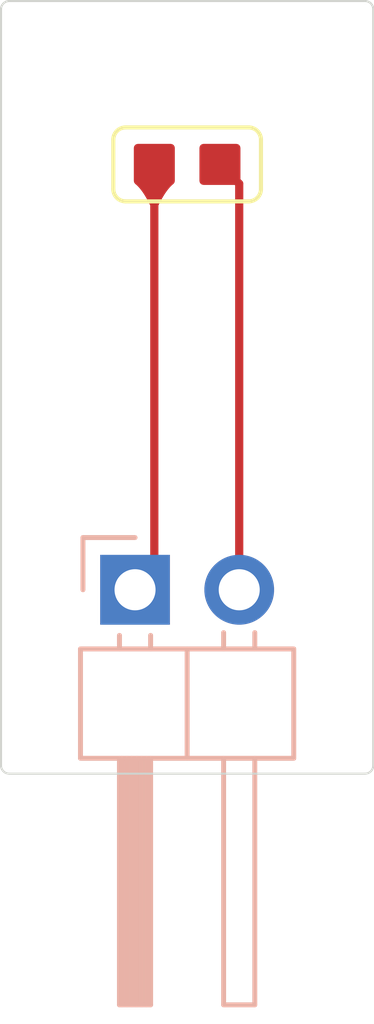
<source format=kicad_pcb>
(kicad_pcb (version 20240108) (generator "pcbnew") (generator_version "8.0")
  (layers (0 "F.Cu" signal) (31 "B.Cu" signal) (34 "B.Paste" user) (35 "F.Paste" user) (36 "B.SilkS" user "B.Silkscreen") (37 "F.SilkS" user "F.Silkscreen") (38 "B.Mask" user) (39 "F.Mask" user) (44 "Edge.Cuts" user))
  (net 0 "")
  (net 1 "+3V3")
  (net 2 "Net-(J1-Pin_2)")
  (footprint "Library:als-pt19" (layer "F.Cu") (at 148.462499 99.574999)
    (property "Reference" "R1" (hide yes))
    (property "Value" "R_Photo")
    (fp_line (start -1.8 0.6) (end -1.8 -0.6) (stroke (width 0.1)) (layer "F.SilkS"))
    (fp_line (start -1.5 -0.9) (end 1.5 -0.9) (stroke (width 0.1)) (layer "F.SilkS"))
    (fp_line (start -1.5 0.9) (end 1.5 0.9) (stroke (width 0.1)) (layer "F.SilkS"))
    (fp_line (start 1.8 -0.6) (end 1.8 0.6) (stroke (width 0.1)) (layer "F.SilkS"))
    (fp_arc (start -1.8 -0.6) (mid -1.712132 -0.812132) (end -1.5 -0.9) (stroke (width 0.1)) (layer "F.SilkS"))
    (fp_arc (start -1.5 0.9) (mid -1.712132 0.812132) (end -1.8 0.6) (stroke (width 0.1)) (layer "F.SilkS"))
    (fp_arc (start 1.5 -0.9) (mid 1.712132 -0.812132) (end 1.8 -0.6) (stroke (width 0.1)) (layer "F.SilkS"))
    (fp_arc (start 1.8 0.6) (mid 1.712132 0.812132) (end 1.5 0.9) (stroke (width 0.1)) (layer "F.SilkS"))
    (pad "1" smd roundrect (at -0.8 0) (size 1 1) (layers "F.Cu" "F.Paste" "F.Mask") (roundrect_rratio 0.1) (net 1 "+3V3"))
    (pad "2" smd roundrect (at 0.8 0) (size 1 1) (layers "F.Cu" "F.Paste" "F.Mask") (roundrect_rratio 0.1) (net 2 "Net-(J1-Pin_2)"))
  )
  (footprint "Connector_PinHeader_2.54mm:PinHeader_1x02_P2.54mm_Horizontal" (layer "B.Cu") (at 147.192499 109.924999 -90)
    (property "Reference" "J1" (hide yes))
    (property "Value" "Conn_01x02")
    (fp_line (start 1.44 1.33) (end 4.1 1.33) (stroke (width 0.12)) (layer "B.SilkS"))
    (fp_line (start 4.1 1.33) (end 4.1 -3.87) (stroke (width 0.12)) (layer "B.SilkS"))
    (fp_line (start 0 1.270001) (end -1.27 1.27) (stroke (width 0.12)) (layer "B.SilkS"))
    (fp_line (start -1.27 1.27) (end -1.270001 0) (stroke (width 0.12)) (layer "B.SilkS"))
    (fp_line (start 1.44 0.38) (end 1.11 0.38) (stroke (width 0.12)) (layer "B.SilkS"))
    (fp_line (start 10.1 0.38) (end 4.1 0.38) (stroke (width 0.12)) (layer "B.SilkS"))
    (fp_line (start 10.1 0.32) (end 4.1 0.32) (stroke (width 0.12)) (layer "B.SilkS"))
    (fp_line (start 10.1 0.2) (end 4.1 0.2) (stroke (width 0.12)) (layer "B.SilkS"))
    (fp_line (start 10.1 0.08) (end 4.1 0.08) (stroke (width 0.12)) (layer "B.SilkS"))
    (fp_line (start 10.1 -0.04) (end 4.1 -0.04) (stroke (width 0.12)) (layer "B.SilkS"))
    (fp_line (start 10.1 -0.160001) (end 4.1 -0.16) (stroke (width 0.12)) (layer "B.SilkS"))
    (fp_line (start 10.1 -0.279999) (end 4.1 -0.28) (stroke (width 0.12)) (layer "B.SilkS"))
    (fp_line (start 1.44 -0.38) (end 1.11 -0.38) (stroke (width 0.12)) (layer "B.SilkS"))
    (fp_line (start 4.1 -0.38) (end 10.1 -0.38) (stroke (width 0.12)) (layer "B.SilkS"))
    (fp_line (start 10.1 -0.38) (end 10.1 0.38) (stroke (width 0.12)) (layer "B.SilkS"))
    (fp_line (start 4.1 -1.27) (end 1.44 -1.27) (stroke (width 0.12)) (layer "B.SilkS"))
    (fp_line (start 1.44 -2.16) (end 1.042929 -2.16) (stroke (width 0.12)) (layer "B.SilkS"))
    (fp_line (start 10.1 -2.16) (end 4.1 -2.16) (stroke (width 0.12)) (layer "B.SilkS"))
    (fp_line (start 1.44 -2.92) (end 1.042929 -2.92) (stroke (width 0.12)) (layer "B.SilkS"))
    (fp_line (start 4.1 -2.92) (end 10.1 -2.92) (stroke (width 0.12)) (layer "B.SilkS"))
    (fp_line (start 10.1 -2.92) (end 10.1 -2.16) (stroke (width 0.12)) (layer "B.SilkS"))
    (fp_line (start 1.44 -3.87) (end 1.44 1.33) (stroke (width 0.12)) (layer "B.SilkS"))
    (fp_line (start 4.1 -3.87) (end 1.44 -3.87) (stroke (width 0.12)) (layer "B.SilkS"))
    (pad "1" thru_hole rect (at 0 0 270) (size 1.7 1.7) (drill 1) (layers "*.Cu" "*.Mask") (net 1 "+3V3"))
    (pad "2" thru_hole oval (at 0 -2.54 270) (size 1.7 1.7) (drill 1) (layers "*.Cu" "*.Mask") (net 2 "Net-(J1-Pin_2)"))
  )
  (gr_arc (start 144.124998 114.4) (mid 143.983577 114.341421) (end 143.924998 114.2) (stroke (width 0.05)) (layer "Edge.Cuts"))
  (gr_arc (start 143.924998 95.799998) (mid 143.983577 95.658577) (end 144.124998 95.599998) (stroke (width 0.05)) (layer "Edge.Cuts"))
  (gr_line (start 153 95.799998) (end 153 114.2) (stroke (width 0.05)) (layer "Edge.Cuts"))
  (gr_line (start 152.8 114.4) (end 144.124998 114.4) (stroke (width 0.05)) (layer "Edge.Cuts"))
  (gr_line (start 143.924998 114.2) (end 143.924998 95.799998) (stroke (width 0.05)) (layer "Edge.Cuts"))
  (gr_line (start 144.124998 95.599998) (end 152.8 95.599998) (stroke (width 0.05)) (layer "Edge.Cuts"))
  (gr_arc (start 152.8 95.599998) (mid 152.94142 95.658578) (end 153 95.799998) (stroke (width 0.05)) (layer "Edge.Cuts"))
  (gr_arc (start 153 114.2) (mid 152.941421 114.341421) (end 152.8 114.4) (stroke (width 0.05)) (layer "Edge.Cuts"))
  (segment (start 147.662499 109.454999) (end 147.192499 109.924999) (width 0.2) (layer "F.Cu") (net 1))
  (segment (start 147.662499 99.574999) (end 147.662499 109.454999) (width 0.2) (layer "F.Cu") (net 1))
  (segment (start 149.732499 100.044999) (end 149.262499 99.574999) (width 0.2) (layer "F.Cu") (net 2))
  (segment (start 149.732499 109.924999) (end 149.732499 100.044999) (width 0.2) (layer "F.Cu") (net 2))
)
</source>
